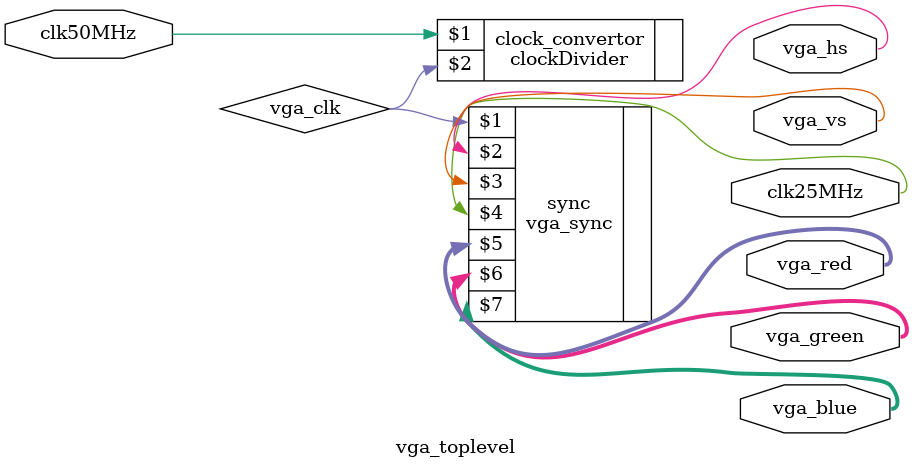
<source format=sv>
module vga_toplevel
	(
		input logic clk50MHz,
		output logic clk25MHz, 
		output logic vga_hs,
		output logic vga_vs,
		output logic [7:0] vga_red,
		output logic [7:0] vga_green,
		output logic [7:0] vga_blue
	);
	
	logic vga_clk;
	
	clockDivider clock_convertor(clk50MHz, vga_clk);
	
	vga_sync sync(vga_clk, vga_hs, vga_vs, clk25MHz, vga_red, vga_green, vga_blue);
	
endmodule
</source>
